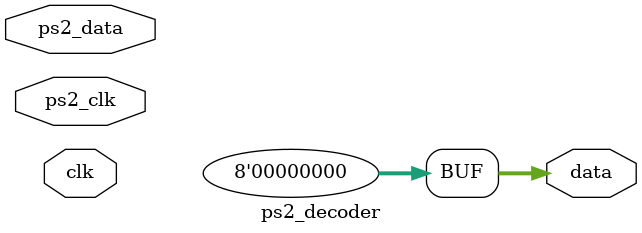
<source format=sv>
module ps2_decoder(
    input wire clk,

    input wire ps2_clk,
    input wire ps2_data,

    output logic [7:0] data
    );

    // your code goes here!
    assign data = 0;

endmodule
</source>
